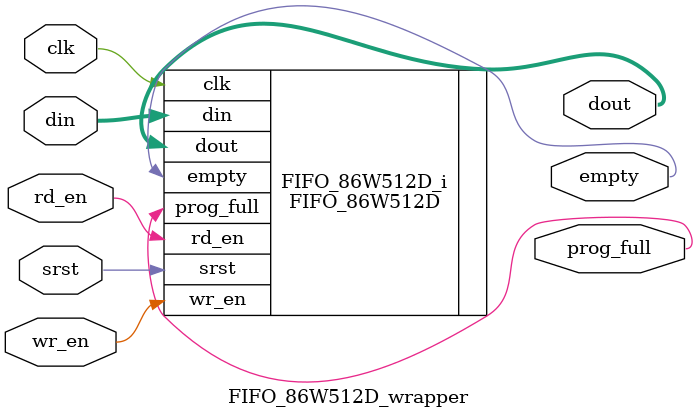
<source format=v>
`timescale 1 ps / 1 ps

module FIFO_86W512D_wrapper
   (clk,
    din,
    dout,
    empty,
    prog_full,
    rd_en,
    srst,
    wr_en);
  input clk;
  input [85:0]din;
  output [85:0]dout;
  output empty;
  output prog_full;
  input rd_en;
  input srst;
  input wr_en;

  wire clk;
  wire [85:0]din;
  wire [85:0]dout;
  wire empty;
  wire prog_full;
  wire rd_en;
  wire srst;
  wire wr_en;

  FIFO_86W512D FIFO_86W512D_i
       (.clk(clk),
        .din(din),
        .dout(dout),
        .empty(empty),
        .prog_full(prog_full),
        .rd_en(rd_en),
        .srst(srst),
        .wr_en(wr_en));
endmodule

</source>
